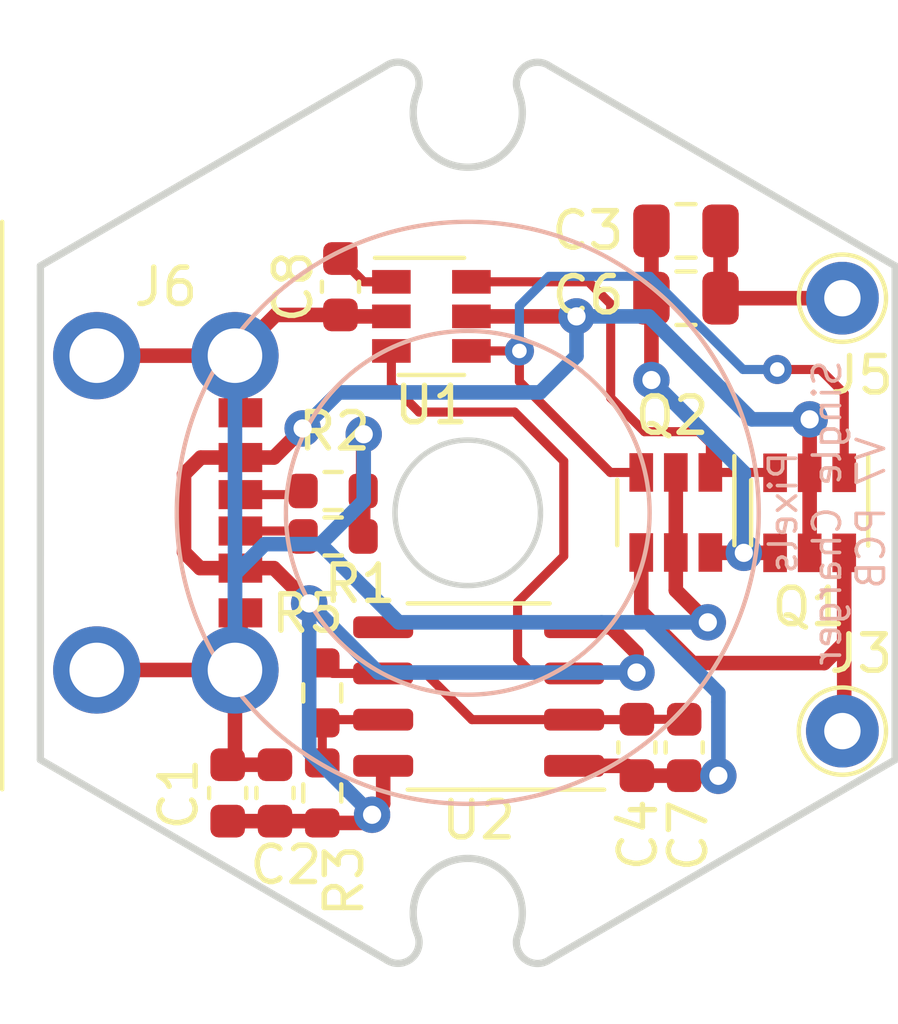
<source format=kicad_pcb>
(kicad_pcb (version 20171130) (host pcbnew "(5.1.10)-1")

  (general
    (thickness 1.6)
    (drawings 19)
    (tracks 153)
    (zones 0)
    (modules 18)
    (nets 14)
  )

  (page A4)
  (layers
    (0 F.Cu signal)
    (31 B.Cu signal)
    (32 B.Adhes user hide)
    (33 F.Adhes user hide)
    (34 B.Paste user hide)
    (35 F.Paste user hide)
    (36 B.SilkS user)
    (37 F.SilkS user hide)
    (38 B.Mask user hide)
    (39 F.Mask user hide)
    (40 Dwgs.User user hide)
    (41 Cmts.User user hide)
    (42 Eco1.User user hide)
    (43 Eco2.User user hide)
    (44 Edge.Cuts user)
    (45 Margin user)
    (46 B.CrtYd user hide)
    (47 F.CrtYd user hide)
    (48 B.Fab user hide)
    (49 F.Fab user hide)
  )

  (setup
    (last_trace_width 0.25)
    (trace_clearance 0.2)
    (zone_clearance 0.508)
    (zone_45_only no)
    (trace_min 0.2)
    (via_size 0.8)
    (via_drill 0.4)
    (via_min_size 0.4)
    (via_min_drill 0.3)
    (uvia_size 0.3)
    (uvia_drill 0.1)
    (uvias_allowed no)
    (uvia_min_size 0.2)
    (uvia_min_drill 0.1)
    (edge_width 0.05)
    (segment_width 0.2)
    (pcb_text_width 0.3)
    (pcb_text_size 1.5 1.5)
    (mod_edge_width 0.12)
    (mod_text_size 1 1)
    (mod_text_width 0.15)
    (pad_size 1.524 1.524)
    (pad_drill 0.762)
    (pad_to_mask_clearance 0)
    (aux_axis_origin 0 0)
    (visible_elements 7FFFFFFF)
    (pcbplotparams
      (layerselection 0x010fc_ffffffff)
      (usegerberextensions false)
      (usegerberattributes true)
      (usegerberadvancedattributes true)
      (creategerberjobfile true)
      (excludeedgelayer true)
      (linewidth 0.100000)
      (plotframeref false)
      (viasonmask false)
      (mode 1)
      (useauxorigin false)
      (hpglpennumber 1)
      (hpglpenspeed 20)
      (hpglpendiameter 15.000000)
      (psnegative false)
      (psa4output false)
      (plotreference true)
      (plotvalue true)
      (plotinvisibletext false)
      (padsonsilk false)
      (subtractmaskfromsilk false)
      (outputformat 1)
      (mirror false)
      (drillshape 0)
      (scaleselection 1)
      (outputdirectory "Gerber"))
  )

  (net 0 "")
  (net 1 GND)
  (net 2 VBUS)
  (net 3 "Net-(C3-Pad1)")
  (net 4 "Net-(C4-Pad1)")
  (net 5 "Net-(J6-PadA5)")
  (net 6 "Net-(J6-PadB5)")
  (net 7 "Net-(R3-Pad1)")
  (net 8 "Net-(C3-Pad2)")
  (net 9 "Net-(C8-Pad1)")
  (net 10 "Net-(J3-Pad1)")
  (net 11 "Net-(Q1-Pad3)")
  (net 12 "Net-(Q1-Pad1)")
  (net 13 "Net-(U1-Pad3)")

  (net_class Default "This is the default net class."
    (clearance 0.2)
    (trace_width 0.25)
    (via_dia 0.8)
    (via_drill 0.4)
    (uvia_dia 0.3)
    (uvia_drill 0.1)
    (add_net "Net-(C4-Pad1)")
    (add_net "Net-(C8-Pad1)")
    (add_net "Net-(J6-PadA5)")
    (add_net "Net-(J6-PadB5)")
    (add_net "Net-(Q1-Pad1)")
    (add_net "Net-(Q1-Pad3)")
    (add_net "Net-(R3-Pad1)")
    (add_net "Net-(U1-Pad3)")
  )

  (net_class Power ""
    (clearance 0.2)
    (trace_width 0.4)
    (via_dia 1)
    (via_drill 0.5)
    (uvia_dia 0.3)
    (uvia_drill 0.1)
    (add_net GND)
    (add_net "Net-(C3-Pad1)")
    (add_net "Net-(C3-Pad2)")
    (add_net "Net-(J3-Pad1)")
    (add_net VBUS)
  )

  (module Pixels-dice:SOP-8_3.9x4.9mm_P1.27mm (layer F.Cu) (tedit 61AF8385) (tstamp 616A758C)
    (at 145.3 76.05 180)
    (descr "SOP, 8 Pin (http://www.macronix.com/Lists/Datasheet/Attachments/7534/MX25R3235F,%20Wide%20Range,%2032Mb,%20v1.6.pdf#page=79), generated with kicad-footprint-generator ipc_gullwing_generator.py")
    (tags "SOP SO")
    (path /60AD080A)
    (attr smd)
    (fp_text reference U2 (at 0 -3.4) (layer F.SilkS)
      (effects (font (size 1 1) (thickness 0.15)))
    )
    (fp_text value NE551D (at 0 3.4) (layer F.Fab)
      (effects (font (size 1 1) (thickness 0.15)))
    )
    (fp_line (start 3.7 -2.7) (end -3.7 -2.7) (layer F.CrtYd) (width 0.05))
    (fp_line (start 3.7 2.7) (end 3.7 -2.7) (layer F.CrtYd) (width 0.05))
    (fp_line (start -3.7 2.7) (end 3.7 2.7) (layer F.CrtYd) (width 0.05))
    (fp_line (start -3.7 -2.7) (end -3.7 2.7) (layer F.CrtYd) (width 0.05))
    (fp_line (start -1.95 -1.475) (end -0.975 -2.45) (layer F.Fab) (width 0.1))
    (fp_line (start -1.95 2.45) (end -1.95 -1.475) (layer F.Fab) (width 0.1))
    (fp_line (start 1.95 2.45) (end -1.95 2.45) (layer F.Fab) (width 0.1))
    (fp_line (start 1.95 -2.45) (end 1.95 2.45) (layer F.Fab) (width 0.1))
    (fp_line (start -0.975 -2.45) (end 1.95 -2.45) (layer F.Fab) (width 0.1))
    (fp_line (start 0 -2.56) (end -3.45 -2.56) (layer F.SilkS) (width 0.12))
    (fp_line (start 0 -2.56) (end 1.95 -2.56) (layer F.SilkS) (width 0.12))
    (fp_line (start 0 2.56) (end -1.95 2.56) (layer F.SilkS) (width 0.12))
    (fp_line (start 0 2.56) (end 1.95 2.56) (layer F.SilkS) (width 0.12))
    (fp_text user %R (at 0 0) (layer F.Fab)
      (effects (font (size 0.98 0.98) (thickness 0.15)))
    )
    (pad 8 smd roundrect (at 2.625 -1.905 180) (size 1.65 0.6) (layers F.Cu F.Paste F.Mask) (roundrect_rratio 0.25)
      (net 2 VBUS))
    (pad 7 smd roundrect (at 2.625 -0.635 180) (size 1.65 0.6) (layers F.Cu F.Paste F.Mask) (roundrect_rratio 0.25)
      (net 7 "Net-(R3-Pad1)"))
    (pad 6 smd roundrect (at 2.625 0.635 180) (size 1.65 0.6) (layers F.Cu F.Paste F.Mask) (roundrect_rratio 0.25)
      (net 4 "Net-(C4-Pad1)"))
    (pad 5 smd roundrect (at 2.625 1.905 180) (size 1.65 0.6) (layers F.Cu F.Paste F.Mask) (roundrect_rratio 0.25))
    (pad 4 smd roundrect (at -2.625 1.905 180) (size 1.65 0.6) (layers F.Cu F.Paste F.Mask) (roundrect_rratio 0.25)
      (net 2 VBUS))
    (pad 3 smd roundrect (at -2.625 0.635 180) (size 1.65 0.6) (layers F.Cu F.Paste F.Mask) (roundrect_rratio 0.25)
      (net 13 "Net-(U1-Pad3)"))
    (pad 2 smd roundrect (at -2.625 -0.635 180) (size 1.65 0.6) (layers F.Cu F.Paste F.Mask) (roundrect_rratio 0.25)
      (net 4 "Net-(C4-Pad1)"))
    (pad 1 smd roundrect (at -2.625 -1.905 180) (size 1.65 0.6) (layers F.Cu F.Paste F.Mask) (roundrect_rratio 0.25)
      (net 1 GND))
    (model ${KISYS3DMOD}/Package_SO.3dshapes/HSOP-8-1EP_3.9x4.9mm_P1.27mm_EP2.41x3.1mm.step
      (at (xyz 0 0 0))
      (scale (xyz 1 1 1))
      (rotate (xyz 0 0 0))
    )
  )

  (module Pixels-dice:USB-C-SMD_10P-P1.00-L6.8-W8.9 (layer F.Cu) (tedit 61ACE364) (tstamp 616A5DB8)
    (at 136.7 71)
    (path /607B35F9)
    (attr smd)
    (fp_text reference J6 (at 0 -6.21) (layer F.SilkS)
      (effects (font (size 1 1) (thickness 0.15)))
    )
    (fp_text value USB_C_Receptacle_USB2.0 (at 0.1 -7) (layer F.Fab)
      (effects (font (size 1 1) (thickness 0.15)))
    )
    (fp_line (start -4.5 -8) (end -4.5 7.6) (layer F.SilkS) (width 0.12))
    (pad B12 smd rect (at 2.05 -2.75 270) (size 0.8 1.2) (layers F.Cu F.Paste F.Mask)
      (net 1 GND))
    (pad B9 smd rect (at 2.05 -1.52 270) (size 0.8 1.2) (layers F.Cu F.Paste F.Mask)
      (net 2 VBUS))
    (pad A5 smd rect (at 2.05 -0.5 270) (size 0.8 1.2) (layers F.Cu F.Paste F.Mask)
      (net 5 "Net-(J6-PadA5)"))
    (pad B5 smd rect (at 2.05 0.5 270) (size 0.8 1.2) (layers F.Cu F.Paste F.Mask)
      (net 6 "Net-(J6-PadB5)"))
    (pad A9 smd rect (at 2.05 1.52 270) (size 0.8 1.2) (layers F.Cu F.Paste F.Mask)
      (net 2 VBUS))
    (pad A12 smd rect (at 2.05 2.75 270) (size 0.8 1.2) (layers F.Cu F.Paste F.Mask)
      (net 1 GND))
    (pad S1 thru_hole circle (at -1.9 -4.32 270) (size 2.4 2.4) (drill 1.5) (layers *.Cu *.Mask)
      (net 1 GND))
    (pad S1 thru_hole circle (at -1.9 4.32 270) (size 2.4 2.4) (drill 1.5) (layers *.Cu *.Mask)
      (net 1 GND))
    (pad S1 thru_hole circle (at 1.9 -4.32 270) (size 2.4 2.4) (drill 1.5) (layers *.Cu *.Mask)
      (net 1 GND))
    (pad S1 thru_hole circle (at 1.9 4.32 270) (size 2.4 2.4) (drill 1.5) (layers *.Cu *.Mask)
      (net 1 GND))
    (model "C:/Projects/Pixels-dice/Electrical/Footprints/Step Files/TYPE-C-31-M-17.step"
      (offset (xyz -4.7 4.5 0))
      (scale (xyz 1 1 1))
      (rotate (xyz 0 0 90))
    )
  )

  (module Capacitor_SMD:C_0805_2012Metric (layer F.Cu) (tedit 5F68FEEE) (tstamp 6185B21C)
    (at 151 65.1)
    (descr "Capacitor SMD 0805 (2012 Metric), square (rectangular) end terminal, IPC_7351 nominal, (Body size source: IPC-SM-782 page 76, https://www.pcb-3d.com/wordpress/wp-content/uploads/ipc-sm-782a_amendment_1_and_2.pdf, https://docs.google.com/spreadsheets/d/1BsfQQcO9C6DZCsRaXUlFlo91Tg2WpOkGARC1WS5S8t0/edit?usp=sharing), generated with kicad-footprint-generator")
    (tags capacitor)
    (path /61A5AD24)
    (attr smd)
    (fp_text reference C6 (at -2.69 -0.08) (layer F.SilkS)
      (effects (font (size 1 1) (thickness 0.15)))
    )
    (fp_text value "0.1uF 50V 10%" (at 0 1.68) (layer F.Fab)
      (effects (font (size 1 1) (thickness 0.15)))
    )
    (fp_line (start -1 0.625) (end -1 -0.625) (layer F.Fab) (width 0.1))
    (fp_line (start -1 -0.625) (end 1 -0.625) (layer F.Fab) (width 0.1))
    (fp_line (start 1 -0.625) (end 1 0.625) (layer F.Fab) (width 0.1))
    (fp_line (start 1 0.625) (end -1 0.625) (layer F.Fab) (width 0.1))
    (fp_line (start -0.261252 -0.735) (end 0.261252 -0.735) (layer F.SilkS) (width 0.12))
    (fp_line (start -0.261252 0.735) (end 0.261252 0.735) (layer F.SilkS) (width 0.12))
    (fp_line (start -1.7 0.98) (end -1.7 -0.98) (layer F.CrtYd) (width 0.05))
    (fp_line (start -1.7 -0.98) (end 1.7 -0.98) (layer F.CrtYd) (width 0.05))
    (fp_line (start 1.7 -0.98) (end 1.7 0.98) (layer F.CrtYd) (width 0.05))
    (fp_line (start 1.7 0.98) (end -1.7 0.98) (layer F.CrtYd) (width 0.05))
    (fp_text user %R (at 0 0) (layer F.Fab)
      (effects (font (size 0.5 0.5) (thickness 0.08)))
    )
    (pad 2 smd roundrect (at 0.95 0) (size 1 1.45) (layers F.Cu F.Paste F.Mask) (roundrect_rratio 0.25)
      (net 8 "Net-(C3-Pad2)"))
    (pad 1 smd roundrect (at -0.95 0) (size 1 1.45) (layers F.Cu F.Paste F.Mask) (roundrect_rratio 0.25)
      (net 3 "Net-(C3-Pad1)"))
    (model ${KISYS3DMOD}/Capacitor_SMD.3dshapes/C_0805_2012Metric.wrl
      (at (xyz 0 0 0))
      (scale (xyz 1 1 1))
      (rotate (xyz 0 0 0))
    )
  )

  (module Package_TO_SOT_SMD:SOT-23-6 (layer F.Cu) (tedit 5A02FF57) (tstamp 6185B1E2)
    (at 150.72 70.99 270)
    (descr "6-pin SOT-23 package")
    (tags SOT-23-6)
    (path /61869B71)
    (attr smd)
    (fp_text reference Q2 (at -2.66 0.1 180) (layer F.SilkS)
      (effects (font (size 1 1) (thickness 0.15)))
    )
    (fp_text value NCE6802 (at 0 2.9 270) (layer F.Fab)
      (effects (font (size 1 1) (thickness 0.15)))
    )
    (fp_line (start -0.9 1.61) (end 0.9 1.61) (layer F.SilkS) (width 0.12))
    (fp_line (start 0.9 -1.61) (end -1.55 -1.61) (layer F.SilkS) (width 0.12))
    (fp_line (start 1.9 -1.8) (end -1.9 -1.8) (layer F.CrtYd) (width 0.05))
    (fp_line (start 1.9 1.8) (end 1.9 -1.8) (layer F.CrtYd) (width 0.05))
    (fp_line (start -1.9 1.8) (end 1.9 1.8) (layer F.CrtYd) (width 0.05))
    (fp_line (start -1.9 -1.8) (end -1.9 1.8) (layer F.CrtYd) (width 0.05))
    (fp_line (start -0.9 -0.9) (end -0.25 -1.55) (layer F.Fab) (width 0.1))
    (fp_line (start 0.9 -1.55) (end -0.25 -1.55) (layer F.Fab) (width 0.1))
    (fp_line (start -0.9 -0.9) (end -0.9 1.55) (layer F.Fab) (width 0.1))
    (fp_line (start 0.9 1.55) (end -0.9 1.55) (layer F.Fab) (width 0.1))
    (fp_line (start 0.9 -1.55) (end 0.9 1.55) (layer F.Fab) (width 0.1))
    (fp_text user %R (at 0 0 180) (layer F.Fab)
      (effects (font (size 0.5 0.5) (thickness 0.075)))
    )
    (pad 5 smd rect (at 1.1 0 270) (size 1.06 0.65) (layers F.Cu F.Paste F.Mask)
      (net 1 GND))
    (pad 6 smd rect (at 1.1 -0.95 270) (size 1.06 0.65) (layers F.Cu F.Paste F.Mask)
      (net 3 "Net-(C3-Pad1)"))
    (pad 4 smd rect (at 1.1 0.95 270) (size 1.06 0.65) (layers F.Cu F.Paste F.Mask)
      (net 10 "Net-(J3-Pad1)"))
    (pad 3 smd rect (at -1.1 0.95 270) (size 1.06 0.65) (layers F.Cu F.Paste F.Mask)
      (net 12 "Net-(Q1-Pad1)"))
    (pad 2 smd rect (at -1.1 0 270) (size 1.06 0.65) (layers F.Cu F.Paste F.Mask)
      (net 1 GND))
    (pad 1 smd rect (at -1.1 -0.95 270) (size 1.06 0.65) (layers F.Cu F.Paste F.Mask)
      (net 11 "Net-(Q1-Pad3)"))
    (model ${KISYS3DMOD}/Package_TO_SOT_SMD.3dshapes/SOT-23-6.wrl
      (at (xyz 0 0 0))
      (scale (xyz 1 1 1))
      (rotate (xyz 0 0 0))
    )
  )

  (module Package_TO_SOT_SMD:SOT-23-6 (layer F.Cu) (tedit 5A02FF57) (tstamp 6185B1A3)
    (at 154.4 71 270)
    (descr "6-pin SOT-23 package")
    (tags SOT-23-6)
    (path /6186753F)
    (attr smd)
    (fp_text reference Q1 (at 2.59 0.02 180) (layer F.SilkS)
      (effects (font (size 1 1) (thickness 0.15)))
    )
    (fp_text value YJS2301A (at 0 2.9 270) (layer F.Fab)
      (effects (font (size 1 1) (thickness 0.15)))
    )
    (fp_line (start -0.9 1.61) (end 0.9 1.61) (layer F.SilkS) (width 0.12))
    (fp_line (start 0.9 -1.61) (end -1.55 -1.61) (layer F.SilkS) (width 0.12))
    (fp_line (start 1.9 -1.8) (end -1.9 -1.8) (layer F.CrtYd) (width 0.05))
    (fp_line (start 1.9 1.8) (end 1.9 -1.8) (layer F.CrtYd) (width 0.05))
    (fp_line (start -1.9 1.8) (end 1.9 1.8) (layer F.CrtYd) (width 0.05))
    (fp_line (start -1.9 -1.8) (end -1.9 1.8) (layer F.CrtYd) (width 0.05))
    (fp_line (start -0.9 -0.9) (end -0.25 -1.55) (layer F.Fab) (width 0.1))
    (fp_line (start 0.9 -1.55) (end -0.25 -1.55) (layer F.Fab) (width 0.1))
    (fp_line (start -0.9 -0.9) (end -0.9 1.55) (layer F.Fab) (width 0.1))
    (fp_line (start 0.9 1.55) (end -0.9 1.55) (layer F.Fab) (width 0.1))
    (fp_line (start 0.9 -1.55) (end 0.9 1.55) (layer F.Fab) (width 0.1))
    (fp_text user %R (at 0 0 180) (layer F.Fab)
      (effects (font (size 0.5 0.5) (thickness 0.075)))
    )
    (pad 5 smd rect (at 1.1 0 270) (size 1.06 0.65) (layers F.Cu F.Paste F.Mask)
      (net 2 VBUS))
    (pad 6 smd rect (at 1.1 -0.95 270) (size 1.06 0.65) (layers F.Cu F.Paste F.Mask)
      (net 10 "Net-(J3-Pad1)"))
    (pad 4 smd rect (at 1.1 0.95 270) (size 1.06 0.65) (layers F.Cu F.Paste F.Mask)
      (net 3 "Net-(C3-Pad1)"))
    (pad 3 smd rect (at -1.1 0.95 270) (size 1.06 0.65) (layers F.Cu F.Paste F.Mask)
      (net 11 "Net-(Q1-Pad3)"))
    (pad 2 smd rect (at -1.1 0 270) (size 1.06 0.65) (layers F.Cu F.Paste F.Mask)
      (net 2 VBUS))
    (pad 1 smd rect (at -1.1 -0.95 270) (size 1.06 0.65) (layers F.Cu F.Paste F.Mask)
      (net 12 "Net-(Q1-Pad1)"))
    (model ${KISYS3DMOD}/Package_TO_SOT_SMD.3dshapes/SOT-23-6.wrl
      (at (xyz 0 0 0))
      (scale (xyz 1 1 1))
      (rotate (xyz 0 0 0))
    )
  )

  (module Capacitor_SMD:C_0805_2012Metric (layer F.Cu) (tedit 5F68FEEE) (tstamp 6185B16E)
    (at 151 63.25)
    (descr "Capacitor SMD 0805 (2012 Metric), square (rectangular) end terminal, IPC_7351 nominal, (Body size source: IPC-SM-782 page 76, https://www.pcb-3d.com/wordpress/wp-content/uploads/ipc-sm-782a_amendment_1_and_2.pdf, https://docs.google.com/spreadsheets/d/1BsfQQcO9C6DZCsRaXUlFlo91Tg2WpOkGARC1WS5S8t0/edit?usp=sharing), generated with kicad-footprint-generator")
    (tags capacitor)
    (path /607B9B06)
    (attr smd)
    (fp_text reference C3 (at -2.7 -0.01) (layer F.SilkS)
      (effects (font (size 1 1) (thickness 0.15)))
    )
    (fp_text value "0.22uF 50V 10%" (at 0 1.68) (layer F.Fab)
      (effects (font (size 1 1) (thickness 0.15)))
    )
    (fp_line (start 1.7 0.98) (end -1.7 0.98) (layer F.CrtYd) (width 0.05))
    (fp_line (start 1.7 -0.98) (end 1.7 0.98) (layer F.CrtYd) (width 0.05))
    (fp_line (start -1.7 -0.98) (end 1.7 -0.98) (layer F.CrtYd) (width 0.05))
    (fp_line (start -1.7 0.98) (end -1.7 -0.98) (layer F.CrtYd) (width 0.05))
    (fp_line (start -0.261252 0.735) (end 0.261252 0.735) (layer F.SilkS) (width 0.12))
    (fp_line (start -0.261252 -0.735) (end 0.261252 -0.735) (layer F.SilkS) (width 0.12))
    (fp_line (start 1 0.625) (end -1 0.625) (layer F.Fab) (width 0.1))
    (fp_line (start 1 -0.625) (end 1 0.625) (layer F.Fab) (width 0.1))
    (fp_line (start -1 -0.625) (end 1 -0.625) (layer F.Fab) (width 0.1))
    (fp_line (start -1 0.625) (end -1 -0.625) (layer F.Fab) (width 0.1))
    (fp_text user %R (at 0 0) (layer F.Fab)
      (effects (font (size 0.5 0.5) (thickness 0.08)))
    )
    (pad 2 smd roundrect (at 0.95 0) (size 1 1.45) (layers F.Cu F.Paste F.Mask) (roundrect_rratio 0.25)
      (net 8 "Net-(C3-Pad2)"))
    (pad 1 smd roundrect (at -0.95 0) (size 1 1.45) (layers F.Cu F.Paste F.Mask) (roundrect_rratio 0.25)
      (net 3 "Net-(C3-Pad1)"))
    (model ${KISYS3DMOD}/Capacitor_SMD.3dshapes/C_0805_2012Metric.wrl
      (at (xyz 0 0 0))
      (scale (xyz 1 1 1))
      (rotate (xyz 0 0 0))
    )
  )

  (module Capacitor_SMD:C_0603_1608Metric (layer F.Cu) (tedit 5F68FEEE) (tstamp 6179C0AB)
    (at 150.95 77.45 270)
    (descr "Capacitor SMD 0603 (1608 Metric), square (rectangular) end terminal, IPC_7351 nominal, (Body size source: IPC-SM-782 page 76, https://www.pcb-3d.com/wordpress/wp-content/uploads/ipc-sm-782a_amendment_1_and_2.pdf), generated with kicad-footprint-generator")
    (tags capacitor)
    (path /61804C6B)
    (attr smd)
    (fp_text reference C7 (at 2.42 -0.11 90) (layer F.SilkS)
      (effects (font (size 1 1) (thickness 0.15)))
    )
    (fp_text value "33pF 50V 10%" (at 0 1.43 90) (layer F.Fab)
      (effects (font (size 1 1) (thickness 0.15)))
    )
    (fp_line (start 1.48 0.73) (end -1.48 0.73) (layer F.CrtYd) (width 0.05))
    (fp_line (start 1.48 -0.73) (end 1.48 0.73) (layer F.CrtYd) (width 0.05))
    (fp_line (start -1.48 -0.73) (end 1.48 -0.73) (layer F.CrtYd) (width 0.05))
    (fp_line (start -1.48 0.73) (end -1.48 -0.73) (layer F.CrtYd) (width 0.05))
    (fp_line (start -0.14058 0.51) (end 0.14058 0.51) (layer F.SilkS) (width 0.12))
    (fp_line (start -0.14058 -0.51) (end 0.14058 -0.51) (layer F.SilkS) (width 0.12))
    (fp_line (start 0.8 0.4) (end -0.8 0.4) (layer F.Fab) (width 0.1))
    (fp_line (start 0.8 -0.4) (end 0.8 0.4) (layer F.Fab) (width 0.1))
    (fp_line (start -0.8 -0.4) (end 0.8 -0.4) (layer F.Fab) (width 0.1))
    (fp_line (start -0.8 0.4) (end -0.8 -0.4) (layer F.Fab) (width 0.1))
    (fp_text user %R (at 0 0 90) (layer F.Fab)
      (effects (font (size 0.4 0.4) (thickness 0.06)))
    )
    (pad 2 smd roundrect (at 0.775 0 270) (size 0.9 0.95) (layers F.Cu F.Paste F.Mask) (roundrect_rratio 0.25)
      (net 1 GND))
    (pad 1 smd roundrect (at -0.775 0 270) (size 0.9 0.95) (layers F.Cu F.Paste F.Mask) (roundrect_rratio 0.25)
      (net 4 "Net-(C4-Pad1)"))
    (model ${KISYS3DMOD}/Capacitor_SMD.3dshapes/C_0603_1608Metric.wrl
      (at (xyz 0 0 0))
      (scale (xyz 1 1 1))
      (rotate (xyz 0 0 0))
    )
  )

  (module Pixels-dice:SOT-26 (layer F.Cu) (tedit 616B9834) (tstamp 616A791D)
    (at 144 65.6 180)
    (descr "6-pin SOT-23 package")
    (tags SOT-23-6)
    (path /616C6B31)
    (attr smd)
    (fp_text reference U1 (at 0 -2.44 180) (layer F.SilkS)
      (effects (font (size 1 1) (thickness 0.15)))
    )
    (fp_text value AP1511B (at 0 -2.9 180) (layer F.Fab)
      (effects (font (size 1 1) (thickness 0.15)))
    )
    (fp_line (start 0.9 -1.61) (end -0.9 -1.61) (layer F.SilkS) (width 0.12))
    (fp_line (start -0.9 1.61) (end 1.55 1.61) (layer F.SilkS) (width 0.12))
    (fp_line (start -1.9 1.8) (end 1.9 1.8) (layer F.CrtYd) (width 0.05))
    (fp_line (start -1.9 -1.8) (end -1.9 1.8) (layer F.CrtYd) (width 0.05))
    (fp_line (start 1.9 -1.8) (end -1.9 -1.8) (layer F.CrtYd) (width 0.05))
    (fp_line (start 1.9 1.8) (end 1.9 -1.8) (layer F.CrtYd) (width 0.05))
    (fp_line (start 0.9 0.9) (end 0.25 1.55) (layer F.Fab) (width 0.1))
    (fp_line (start -0.9 1.55) (end 0.25 1.55) (layer F.Fab) (width 0.1))
    (fp_line (start 0.9 0.9) (end 0.9 -1.55) (layer F.Fab) (width 0.1))
    (fp_line (start -0.9 -1.55) (end 0.9 -1.55) (layer F.Fab) (width 0.1))
    (fp_line (start -0.9 1.55) (end -0.9 -1.55) (layer F.Fab) (width 0.1))
    (fp_text user %R (at 0 0 270) (layer F.Fab)
      (effects (font (size 0.5 0.5) (thickness 0.075)))
    )
    (pad 5 smd rect (at -1.1 0) (size 1.06 0.65) (layers F.Cu F.Paste F.Mask)
      (net 2 VBUS))
    (pad 6 smd rect (at -1.1 0.95) (size 1.06 0.65) (layers F.Cu F.Paste F.Mask)
      (net 11 "Net-(Q1-Pad3)"))
    (pad 4 smd rect (at -1.1 -0.95) (size 1.06 0.65) (layers F.Cu F.Paste F.Mask)
      (net 12 "Net-(Q1-Pad1)"))
    (pad 3 smd rect (at 1.1 -0.95) (size 1.06 0.65) (layers F.Cu F.Paste F.Mask)
      (net 13 "Net-(U1-Pad3)"))
    (pad 2 smd rect (at 1.1 0) (size 1.06 0.65) (layers F.Cu F.Paste F.Mask)
      (net 1 GND))
    (pad 1 smd rect (at 1.1 0.95) (size 1.06 0.65) (layers F.Cu F.Paste F.Mask)
      (net 9 "Net-(C8-Pad1)"))
    (model ${KISYS3DMOD}/Package_TO_SOT_SMD.3dshapes/SOT-23-6.wrl
      (at (xyz 0 0 0))
      (scale (xyz 1 1 1))
      (rotate (xyz 0 0 0))
    )
  )

  (module Capacitor_SMD:C_0603_1608Metric (layer F.Cu) (tedit 5F68FEEE) (tstamp 616BFF12)
    (at 141.5 64.785 270)
    (descr "Capacitor SMD 0603 (1608 Metric), square (rectangular) end terminal, IPC_7351 nominal, (Body size source: IPC-SM-782 page 76, https://www.pcb-3d.com/wordpress/wp-content/uploads/ipc-sm-782a_amendment_1_and_2.pdf), generated with kicad-footprint-generator")
    (tags capacitor)
    (path /616F5905)
    (attr smd)
    (fp_text reference C8 (at 0 1.3 90) (layer F.SilkS)
      (effects (font (size 1 1) (thickness 0.15)))
    )
    (fp_text value "2.2pF 50V 10%" (at 0 1.43 90) (layer F.Fab)
      (effects (font (size 1 1) (thickness 0.15)))
    )
    (fp_line (start -0.8 0.4) (end -0.8 -0.4) (layer F.Fab) (width 0.1))
    (fp_line (start -0.8 -0.4) (end 0.8 -0.4) (layer F.Fab) (width 0.1))
    (fp_line (start 0.8 -0.4) (end 0.8 0.4) (layer F.Fab) (width 0.1))
    (fp_line (start 0.8 0.4) (end -0.8 0.4) (layer F.Fab) (width 0.1))
    (fp_line (start -0.14058 -0.51) (end 0.14058 -0.51) (layer F.SilkS) (width 0.12))
    (fp_line (start -0.14058 0.51) (end 0.14058 0.51) (layer F.SilkS) (width 0.12))
    (fp_line (start -1.48 0.73) (end -1.48 -0.73) (layer F.CrtYd) (width 0.05))
    (fp_line (start -1.48 -0.73) (end 1.48 -0.73) (layer F.CrtYd) (width 0.05))
    (fp_line (start 1.48 -0.73) (end 1.48 0.73) (layer F.CrtYd) (width 0.05))
    (fp_line (start 1.48 0.73) (end -1.48 0.73) (layer F.CrtYd) (width 0.05))
    (fp_text user %R (at 0 0 90) (layer F.Fab)
      (effects (font (size 0.4 0.4) (thickness 0.06)))
    )
    (pad 2 smd roundrect (at 0.775 0 270) (size 0.9 0.95) (layers F.Cu F.Paste F.Mask) (roundrect_rratio 0.25)
      (net 1 GND))
    (pad 1 smd roundrect (at -0.775 0 270) (size 0.9 0.95) (layers F.Cu F.Paste F.Mask) (roundrect_rratio 0.25)
      (net 9 "Net-(C8-Pad1)"))
    (model ${KISYS3DMOD}/Capacitor_SMD.3dshapes/C_0603_1608Metric.wrl
      (at (xyz 0 0 0))
      (scale (xyz 1 1 1))
      (rotate (xyz 0 0 0))
    )
  )

  (module Capacitor_SMD:C_0603_1608Metric (layer F.Cu) (tedit 5F68FEEE) (tstamp 616A762E)
    (at 149.65 77.45 270)
    (descr "Capacitor SMD 0603 (1608 Metric), square (rectangular) end terminal, IPC_7351 nominal, (Body size source: IPC-SM-782 page 76, https://www.pcb-3d.com/wordpress/wp-content/uploads/ipc-sm-782a_amendment_1_and_2.pdf), generated with kicad-footprint-generator")
    (tags capacitor)
    (path /60AF0ABE)
    (attr smd)
    (fp_text reference C4 (at 2.4 -0.03 90) (layer F.SilkS)
      (effects (font (size 1 1) (thickness 0.15)))
    )
    (fp_text value "10pF 50V 10%" (at 0 1.43 90) (layer F.Fab)
      (effects (font (size 1 1) (thickness 0.15)))
    )
    (fp_line (start -0.8 0.4) (end -0.8 -0.4) (layer F.Fab) (width 0.1))
    (fp_line (start -0.8 -0.4) (end 0.8 -0.4) (layer F.Fab) (width 0.1))
    (fp_line (start 0.8 -0.4) (end 0.8 0.4) (layer F.Fab) (width 0.1))
    (fp_line (start 0.8 0.4) (end -0.8 0.4) (layer F.Fab) (width 0.1))
    (fp_line (start -0.14058 -0.51) (end 0.14058 -0.51) (layer F.SilkS) (width 0.12))
    (fp_line (start -0.14058 0.51) (end 0.14058 0.51) (layer F.SilkS) (width 0.12))
    (fp_line (start -1.48 0.73) (end -1.48 -0.73) (layer F.CrtYd) (width 0.05))
    (fp_line (start -1.48 -0.73) (end 1.48 -0.73) (layer F.CrtYd) (width 0.05))
    (fp_line (start 1.48 -0.73) (end 1.48 0.73) (layer F.CrtYd) (width 0.05))
    (fp_line (start 1.48 0.73) (end -1.48 0.73) (layer F.CrtYd) (width 0.05))
    (fp_text user %R (at 0 0 90) (layer F.Fab)
      (effects (font (size 0.4 0.4) (thickness 0.06)))
    )
    (pad 2 smd roundrect (at 0.775 0 270) (size 0.9 0.95) (layers F.Cu F.Paste F.Mask) (roundrect_rratio 0.25)
      (net 1 GND))
    (pad 1 smd roundrect (at -0.775 0 270) (size 0.9 0.95) (layers F.Cu F.Paste F.Mask) (roundrect_rratio 0.25)
      (net 4 "Net-(C4-Pad1)"))
    (model ${KISYS3DMOD}/Capacitor_SMD.3dshapes/C_0603_1608Metric.wrl
      (at (xyz 0 0 0))
      (scale (xyz 1 1 1))
      (rotate (xyz 0 0 0))
    )
  )

  (module Resistor_SMD:R_0603_1608Metric (layer F.Cu) (tedit 5F68FEEE) (tstamp 616A7761)
    (at 141 75.95 270)
    (descr "Resistor SMD 0603 (1608 Metric), square (rectangular) end terminal, IPC_7351 nominal, (Body size source: IPC-SM-782 page 72, https://www.pcb-3d.com/wordpress/wp-content/uploads/ipc-sm-782a_amendment_1_and_2.pdf), generated with kicad-footprint-generator")
    (tags resistor)
    (path /60AF063A)
    (attr smd)
    (fp_text reference R5 (at -2.18 0.4) (layer F.SilkS)
      (effects (font (size 1 1) (thickness 0.15)))
    )
    (fp_text value "100k 1%" (at 0 1.43 90) (layer F.Fab)
      (effects (font (size 1 1) (thickness 0.15)))
    )
    (fp_line (start 1.48 0.73) (end -1.48 0.73) (layer F.CrtYd) (width 0.05))
    (fp_line (start 1.48 -0.73) (end 1.48 0.73) (layer F.CrtYd) (width 0.05))
    (fp_line (start -1.48 -0.73) (end 1.48 -0.73) (layer F.CrtYd) (width 0.05))
    (fp_line (start -1.48 0.73) (end -1.48 -0.73) (layer F.CrtYd) (width 0.05))
    (fp_line (start -0.237258 0.5225) (end 0.237258 0.5225) (layer F.SilkS) (width 0.12))
    (fp_line (start -0.237258 -0.5225) (end 0.237258 -0.5225) (layer F.SilkS) (width 0.12))
    (fp_line (start 0.8 0.4125) (end -0.8 0.4125) (layer F.Fab) (width 0.1))
    (fp_line (start 0.8 -0.4125) (end 0.8 0.4125) (layer F.Fab) (width 0.1))
    (fp_line (start -0.8 -0.4125) (end 0.8 -0.4125) (layer F.Fab) (width 0.1))
    (fp_line (start -0.8 0.4125) (end -0.8 -0.4125) (layer F.Fab) (width 0.1))
    (fp_text user %R (at 0 0 90) (layer F.Fab)
      (effects (font (size 0.4 0.4) (thickness 0.06)))
    )
    (pad 2 smd roundrect (at 0.825 0 270) (size 0.8 0.95) (layers F.Cu F.Paste F.Mask) (roundrect_rratio 0.25)
      (net 7 "Net-(R3-Pad1)"))
    (pad 1 smd roundrect (at -0.825 0 270) (size 0.8 0.95) (layers F.Cu F.Paste F.Mask) (roundrect_rratio 0.25)
      (net 4 "Net-(C4-Pad1)"))
    (model ${KISYS3DMOD}/Resistor_SMD.3dshapes/R_0603_1608Metric.wrl
      (at (xyz 0 0 0))
      (scale (xyz 1 1 1))
      (rotate (xyz 0 0 0))
    )
  )

  (module Resistor_SMD:R_0603_1608Metric (layer F.Cu) (tedit 5F68FEEE) (tstamp 616A7791)
    (at 141 78.7 270)
    (descr "Resistor SMD 0603 (1608 Metric), square (rectangular) end terminal, IPC_7351 nominal, (Body size source: IPC-SM-782 page 72, https://www.pcb-3d.com/wordpress/wp-content/uploads/ipc-sm-782a_amendment_1_and_2.pdf), generated with kicad-footprint-generator")
    (tags resistor)
    (path /60AEF9E1)
    (attr smd)
    (fp_text reference R3 (at 2.41 -0.6 90) (layer F.SilkS)
      (effects (font (size 1 1) (thickness 0.15)))
    )
    (fp_text value "10k 1%" (at 0 1.43 90) (layer F.Fab)
      (effects (font (size 1 1) (thickness 0.15)))
    )
    (fp_line (start 1.48 0.73) (end -1.48 0.73) (layer F.CrtYd) (width 0.05))
    (fp_line (start 1.48 -0.73) (end 1.48 0.73) (layer F.CrtYd) (width 0.05))
    (fp_line (start -1.48 -0.73) (end 1.48 -0.73) (layer F.CrtYd) (width 0.05))
    (fp_line (start -1.48 0.73) (end -1.48 -0.73) (layer F.CrtYd) (width 0.05))
    (fp_line (start -0.237258 0.5225) (end 0.237258 0.5225) (layer F.SilkS) (width 0.12))
    (fp_line (start -0.237258 -0.5225) (end 0.237258 -0.5225) (layer F.SilkS) (width 0.12))
    (fp_line (start 0.8 0.4125) (end -0.8 0.4125) (layer F.Fab) (width 0.1))
    (fp_line (start 0.8 -0.4125) (end 0.8 0.4125) (layer F.Fab) (width 0.1))
    (fp_line (start -0.8 -0.4125) (end 0.8 -0.4125) (layer F.Fab) (width 0.1))
    (fp_line (start -0.8 0.4125) (end -0.8 -0.4125) (layer F.Fab) (width 0.1))
    (fp_text user %R (at 0 0 90) (layer F.Fab)
      (effects (font (size 0.4 0.4) (thickness 0.06)))
    )
    (pad 2 smd roundrect (at 0.825 0 270) (size 0.8 0.95) (layers F.Cu F.Paste F.Mask) (roundrect_rratio 0.25)
      (net 2 VBUS))
    (pad 1 smd roundrect (at -0.825 0 270) (size 0.8 0.95) (layers F.Cu F.Paste F.Mask) (roundrect_rratio 0.25)
      (net 7 "Net-(R3-Pad1)"))
    (model ${KISYS3DMOD}/Resistor_SMD.3dshapes/R_0603_1608Metric.wrl
      (at (xyz 0 0 0))
      (scale (xyz 1 1 1))
      (rotate (xyz 0 0 0))
    )
  )

  (module Resistor_SMD:R_0603_1608Metric (layer F.Cu) (tedit 5F68FEEE) (tstamp 616A5E61)
    (at 141.3 70.4 180)
    (descr "Resistor SMD 0603 (1608 Metric), square (rectangular) end terminal, IPC_7351 nominal, (Body size source: IPC-SM-782 page 72, https://www.pcb-3d.com/wordpress/wp-content/uploads/ipc-sm-782a_amendment_1_and_2.pdf), generated with kicad-footprint-generator")
    (tags resistor)
    (path /607C452F)
    (attr smd)
    (fp_text reference R2 (at -0.035 1.64) (layer F.SilkS)
      (effects (font (size 1 1) (thickness 0.15)))
    )
    (fp_text value "5.1k 1%" (at 0 1.43) (layer F.Fab)
      (effects (font (size 1 1) (thickness 0.15)))
    )
    (fp_line (start 1.48 0.73) (end -1.48 0.73) (layer F.CrtYd) (width 0.05))
    (fp_line (start 1.48 -0.73) (end 1.48 0.73) (layer F.CrtYd) (width 0.05))
    (fp_line (start -1.48 -0.73) (end 1.48 -0.73) (layer F.CrtYd) (width 0.05))
    (fp_line (start -1.48 0.73) (end -1.48 -0.73) (layer F.CrtYd) (width 0.05))
    (fp_line (start -0.237258 0.5225) (end 0.237258 0.5225) (layer F.SilkS) (width 0.12))
    (fp_line (start -0.237258 -0.5225) (end 0.237258 -0.5225) (layer F.SilkS) (width 0.12))
    (fp_line (start 0.8 0.4125) (end -0.8 0.4125) (layer F.Fab) (width 0.1))
    (fp_line (start 0.8 -0.4125) (end 0.8 0.4125) (layer F.Fab) (width 0.1))
    (fp_line (start -0.8 -0.4125) (end 0.8 -0.4125) (layer F.Fab) (width 0.1))
    (fp_line (start -0.8 0.4125) (end -0.8 -0.4125) (layer F.Fab) (width 0.1))
    (fp_text user %R (at 0 0) (layer F.Fab)
      (effects (font (size 0.4 0.4) (thickness 0.06)))
    )
    (pad 2 smd roundrect (at 0.825 0 180) (size 0.8 0.95) (layers F.Cu F.Paste F.Mask) (roundrect_rratio 0.25)
      (net 5 "Net-(J6-PadA5)"))
    (pad 1 smd roundrect (at -0.825 0 180) (size 0.8 0.95) (layers F.Cu F.Paste F.Mask) (roundrect_rratio 0.25)
      (net 1 GND))
    (model ${KISYS3DMOD}/Resistor_SMD.3dshapes/R_0603_1608Metric.wrl
      (at (xyz 0 0 0))
      (scale (xyz 1 1 1))
      (rotate (xyz 0 0 0))
    )
  )

  (module Resistor_SMD:R_0603_1608Metric (layer F.Cu) (tedit 5F68FEEE) (tstamp 616A6FF1)
    (at 141.3 71.65 180)
    (descr "Resistor SMD 0603 (1608 Metric), square (rectangular) end terminal, IPC_7351 nominal, (Body size source: IPC-SM-782 page 72, https://www.pcb-3d.com/wordpress/wp-content/uploads/ipc-sm-782a_amendment_1_and_2.pdf), generated with kicad-footprint-generator")
    (tags resistor)
    (path /607C3927)
    (attr smd)
    (fp_text reference R1 (at -0.74 -1.3) (layer F.SilkS)
      (effects (font (size 1 1) (thickness 0.15)))
    )
    (fp_text value "5.1k 1%" (at 0 1.43) (layer F.Fab)
      (effects (font (size 1 1) (thickness 0.15)))
    )
    (fp_line (start 1.48 0.73) (end -1.48 0.73) (layer F.CrtYd) (width 0.05))
    (fp_line (start 1.48 -0.73) (end 1.48 0.73) (layer F.CrtYd) (width 0.05))
    (fp_line (start -1.48 -0.73) (end 1.48 -0.73) (layer F.CrtYd) (width 0.05))
    (fp_line (start -1.48 0.73) (end -1.48 -0.73) (layer F.CrtYd) (width 0.05))
    (fp_line (start -0.237258 0.5225) (end 0.237258 0.5225) (layer F.SilkS) (width 0.12))
    (fp_line (start -0.237258 -0.5225) (end 0.237258 -0.5225) (layer F.SilkS) (width 0.12))
    (fp_line (start 0.8 0.4125) (end -0.8 0.4125) (layer F.Fab) (width 0.1))
    (fp_line (start 0.8 -0.4125) (end 0.8 0.4125) (layer F.Fab) (width 0.1))
    (fp_line (start -0.8 -0.4125) (end 0.8 -0.4125) (layer F.Fab) (width 0.1))
    (fp_line (start -0.8 0.4125) (end -0.8 -0.4125) (layer F.Fab) (width 0.1))
    (fp_text user %R (at 0 0) (layer F.Fab)
      (effects (font (size 0.4 0.4) (thickness 0.06)))
    )
    (pad 2 smd roundrect (at 0.825 0 180) (size 0.8 0.95) (layers F.Cu F.Paste F.Mask) (roundrect_rratio 0.25)
      (net 6 "Net-(J6-PadB5)"))
    (pad 1 smd roundrect (at -0.825 0 180) (size 0.8 0.95) (layers F.Cu F.Paste F.Mask) (roundrect_rratio 0.25)
      (net 1 GND))
    (model ${KISYS3DMOD}/Resistor_SMD.3dshapes/R_0603_1608Metric.wrl
      (at (xyz 0 0 0))
      (scale (xyz 1 1 1))
      (rotate (xyz 0 0 0))
    )
  )

  (module TestPoint:TestPoint_THTPad_D2.0mm_Drill1.0mm (layer F.Cu) (tedit 5A0F774F) (tstamp 616A79BD)
    (at 155.3 65.1)
    (descr "THT pad as test Point, diameter 2.0mm, hole diameter 1.0mm")
    (tags "test point THT pad")
    (path /60827952)
    (attr virtual)
    (fp_text reference J5 (at 0.53 2.12) (layer F.SilkS)
      (effects (font (size 1 1) (thickness 0.15)))
    )
    (fp_text value "Coil B" (at 0 2.05) (layer F.Fab)
      (effects (font (size 1 1) (thickness 0.15)))
    )
    (fp_circle (center 0 0) (end 0 1.2) (layer F.SilkS) (width 0.12))
    (fp_circle (center 0 0) (end 1.5 0) (layer F.CrtYd) (width 0.05))
    (fp_text user %R (at 0 -2) (layer F.Fab)
      (effects (font (size 1 1) (thickness 0.15)))
    )
    (pad 1 thru_hole circle (at 0 0) (size 2 2) (drill 1) (layers *.Cu *.Mask)
      (net 8 "Net-(C3-Pad2)"))
  )

  (module TestPoint:TestPoint_THTPad_D2.0mm_Drill1.0mm (layer F.Cu) (tedit 5A0F774F) (tstamp 616C087E)
    (at 155.3 77)
    (descr "THT pad as test Point, diameter 2.0mm, hole diameter 1.0mm")
    (tags "test point THT pad")
    (path /60827086)
    (attr virtual)
    (fp_text reference J3 (at 0.51 -2.13) (layer F.SilkS)
      (effects (font (size 1 1) (thickness 0.15)))
    )
    (fp_text value "Coil A" (at 0 2.05) (layer F.Fab)
      (effects (font (size 1 1) (thickness 0.15)))
    )
    (fp_circle (center 0 0) (end 0 1.2) (layer F.SilkS) (width 0.12))
    (fp_circle (center 0 0) (end 1.5 0) (layer F.CrtYd) (width 0.05))
    (fp_text user %R (at 0 -2) (layer F.Fab)
      (effects (font (size 1 1) (thickness 0.15)))
    )
    (pad 1 thru_hole circle (at 0 0) (size 2 2) (drill 1) (layers *.Cu *.Mask)
      (net 10 "Net-(J3-Pad1)"))
  )

  (module Capacitor_SMD:C_0603_1608Metric (layer F.Cu) (tedit 5F68FEEE) (tstamp 61AD2225)
    (at 139.7 78.7 90)
    (descr "Capacitor SMD 0603 (1608 Metric), square (rectangular) end terminal, IPC_7351 nominal, (Body size source: IPC-SM-782 page 76, https://www.pcb-3d.com/wordpress/wp-content/uploads/ipc-sm-782a_amendment_1_and_2.pdf), generated with kicad-footprint-generator")
    (tags capacitor)
    (path /607BDB0D)
    (attr smd)
    (fp_text reference C2 (at -1.98 0.3 180) (layer F.SilkS)
      (effects (font (size 1 1) (thickness 0.15)))
    )
    (fp_text value "10uF 6.3V" (at 0 1.43 270) (layer F.Fab)
      (effects (font (size 1 1) (thickness 0.15)))
    )
    (fp_line (start 1.48 0.73) (end -1.48 0.73) (layer F.CrtYd) (width 0.05))
    (fp_line (start 1.48 -0.73) (end 1.48 0.73) (layer F.CrtYd) (width 0.05))
    (fp_line (start -1.48 -0.73) (end 1.48 -0.73) (layer F.CrtYd) (width 0.05))
    (fp_line (start -1.48 0.73) (end -1.48 -0.73) (layer F.CrtYd) (width 0.05))
    (fp_line (start -0.14058 0.51) (end 0.14058 0.51) (layer F.SilkS) (width 0.12))
    (fp_line (start -0.14058 -0.51) (end 0.14058 -0.51) (layer F.SilkS) (width 0.12))
    (fp_line (start 0.8 0.4) (end -0.8 0.4) (layer F.Fab) (width 0.1))
    (fp_line (start 0.8 -0.4) (end 0.8 0.4) (layer F.Fab) (width 0.1))
    (fp_line (start -0.8 -0.4) (end 0.8 -0.4) (layer F.Fab) (width 0.1))
    (fp_line (start -0.8 0.4) (end -0.8 -0.4) (layer F.Fab) (width 0.1))
    (fp_text user %R (at 0 0 270) (layer F.Fab)
      (effects (font (size 0.4 0.4) (thickness 0.06)))
    )
    (pad 2 smd roundrect (at 0.775 0 90) (size 0.9 0.95) (layers F.Cu F.Paste F.Mask) (roundrect_rratio 0.25)
      (net 1 GND))
    (pad 1 smd roundrect (at -0.775 0 90) (size 0.9 0.95) (layers F.Cu F.Paste F.Mask) (roundrect_rratio 0.25)
      (net 2 VBUS))
    (model ${KISYS3DMOD}/Capacitor_SMD.3dshapes/C_0603_1608Metric.wrl
      (at (xyz 0 0 0))
      (scale (xyz 1 1 1))
      (rotate (xyz 0 0 0))
    )
  )

  (module Capacitor_SMD:C_0603_1608Metric (layer F.Cu) (tedit 5F68FEEE) (tstamp 616A5CE6)
    (at 138.4 78.7 90)
    (descr "Capacitor SMD 0603 (1608 Metric), square (rectangular) end terminal, IPC_7351 nominal, (Body size source: IPC-SM-782 page 76, https://www.pcb-3d.com/wordpress/wp-content/uploads/ipc-sm-782a_amendment_1_and_2.pdf), generated with kicad-footprint-generator")
    (tags capacitor)
    (path /607BE7AF)
    (attr smd)
    (fp_text reference C1 (at -0.03 -1.35 270) (layer F.SilkS)
      (effects (font (size 1 1) (thickness 0.15)))
    )
    (fp_text value "0.1uF 6.3V" (at 0 1.43 270) (layer F.Fab)
      (effects (font (size 1 1) (thickness 0.15)))
    )
    (fp_line (start 1.48 0.73) (end -1.48 0.73) (layer F.CrtYd) (width 0.05))
    (fp_line (start 1.48 -0.73) (end 1.48 0.73) (layer F.CrtYd) (width 0.05))
    (fp_line (start -1.48 -0.73) (end 1.48 -0.73) (layer F.CrtYd) (width 0.05))
    (fp_line (start -1.48 0.73) (end -1.48 -0.73) (layer F.CrtYd) (width 0.05))
    (fp_line (start -0.14058 0.51) (end 0.14058 0.51) (layer F.SilkS) (width 0.12))
    (fp_line (start -0.14058 -0.51) (end 0.14058 -0.51) (layer F.SilkS) (width 0.12))
    (fp_line (start 0.8 0.4) (end -0.8 0.4) (layer F.Fab) (width 0.1))
    (fp_line (start 0.8 -0.4) (end 0.8 0.4) (layer F.Fab) (width 0.1))
    (fp_line (start -0.8 -0.4) (end 0.8 -0.4) (layer F.Fab) (width 0.1))
    (fp_line (start -0.8 0.4) (end -0.8 -0.4) (layer F.Fab) (width 0.1))
    (fp_text user %R (at 0 0 270) (layer F.Fab)
      (effects (font (size 0.4 0.4) (thickness 0.06)))
    )
    (pad 2 smd roundrect (at 0.775 0 90) (size 0.9 0.95) (layers F.Cu F.Paste F.Mask) (roundrect_rratio 0.25)
      (net 1 GND))
    (pad 1 smd roundrect (at -0.775 0 90) (size 0.9 0.95) (layers F.Cu F.Paste F.Mask) (roundrect_rratio 0.25)
      (net 2 VBUS))
    (model ${KISYS3DMOD}/Capacitor_SMD.3dshapes/C_0603_1608Metric.wrl
      (at (xyz 0 0 0))
      (scale (xyz 1 1 1))
      (rotate (xyz 0 0 0))
    )
  )

  (gr_line (start 156.750127 77.787897) (end 147.255502 83.281454) (layer Edge.Cuts) (width 0.2))
  (gr_arc (start 143.080545 59.193664) (end 142.744499 58.718546) (angle 148.2594298) (layer Edge.Cuts) (width 0.2))
  (gr_line (start 133.249076 77.786674) (end 133.249873 64.212103) (layer Edge.Cuts) (width 0.2))
  (gr_line (start 147.253727 58.721679) (end 156.750924 64.213326) (layer Edge.Cuts) (width 0.2))
  (gr_arc (start 143.081927 82.805084) (end 143.616279 82.579063) (angle 148.274571) (layer Edge.Cuts) (width 0.2))
  (gr_arc (start 146.919455 82.806336) (end 147.255502 83.281454) (angle 148.2594298) (layer Edge.Cuts) (width 0.2))
  (gr_arc (start 145 60.000001) (end 146.383721 59.420937) (angle 225.4169665) (layer Edge.Cuts) (width 0.2))
  (gr_line (start 142.746273 83.278321) (end 133.249076 77.786674) (layer Edge.Cuts) (width 0.2))
  (gr_line (start 156.750924 64.213326) (end 156.750127 77.787897) (layer Edge.Cuts) (width 0.2))
  (gr_line (start 133.249873 64.212103) (end 142.744499 58.718546) (layer Edge.Cuts) (width 0.2))
  (gr_arc (start 146.918073 59.194916) (end 146.383721 59.420937) (angle 148.274571) (layer Edge.Cuts) (width 0.2))
  (gr_arc (start 145 82) (end 143.616279 82.579063) (angle 225.4169665) (layer Edge.Cuts) (width 0.2))
  (gr_text "Pixels\nSingle Charger\nV7 PCB" (at 154.88 71 90) (layer B.SilkS)
    (effects (font (size 0.75 0.75) (thickness 0.1)) (justify mirror))
  )
  (gr_circle (center 145 82) (end 147.9 81.3) (layer Margin) (width 0.15))
  (gr_circle (center 145 60) (end 147.9 60.85) (layer Margin) (width 0.15))
  (gr_circle (center 145 71) (end 150 71) (layer B.SilkS) (width 0.12) (tstamp 61AD0B9B))
  (gr_circle (center 145 71) (end 147 71) (layer B.SilkS) (width 0.12))
  (gr_circle (center 145 71) (end 153 71) (layer B.SilkS) (width 0.12))
  (gr_circle (center 145 71) (end 147 71) (layer Edge.Cuts) (width 0.15))

  (segment (start 149.38 77.955) (end 149.65 78.225) (width 0.4) (layer F.Cu) (net 1))
  (segment (start 147.925 77.955) (end 149.38 77.955) (width 0.4) (layer F.Cu) (net 1))
  (segment (start 150.95 78.225) (end 149.65 78.225) (width 0.4) (layer F.Cu) (net 1))
  (via (at 151.89 78.23) (size 1) (drill 0.5) (layers F.Cu B.Cu) (net 1))
  (segment (start 151.885 78.225) (end 151.89 78.23) (width 0.4) (layer F.Cu) (net 1))
  (segment (start 150.95 78.225) (end 151.885 78.225) (width 0.4) (layer F.Cu) (net 1))
  (segment (start 142.125 71.65) (end 142.125 70.4) (width 0.4) (layer F.Cu) (net 1))
  (via (at 142.14 68.84) (size 1) (drill 0.5) (layers F.Cu B.Cu) (net 1))
  (segment (start 139.7 77.925) (end 138.4 77.925) (width 0.4) (layer F.Cu) (net 1))
  (segment (start 138.6 77.725) (end 138.4 77.925) (width 0.4) (layer F.Cu) (net 1))
  (segment (start 138.6 75.32) (end 138.6 77.725) (width 0.4) (layer F.Cu) (net 1))
  (segment (start 138.75 75.17) (end 138.6 75.32) (width 0.4) (layer F.Cu) (net 1))
  (segment (start 138.75 73.75) (end 138.75 75.17) (width 0.4) (layer F.Cu) (net 1))
  (segment (start 138.75 66.83) (end 138.6 66.68) (width 0.4) (layer F.Cu) (net 1))
  (segment (start 138.75 68.25) (end 138.75 66.83) (width 0.4) (layer F.Cu) (net 1))
  (segment (start 141.54 65.6) (end 141.5 65.56) (width 0.4) (layer F.Cu) (net 1))
  (segment (start 142.9 65.6) (end 141.54 65.6) (width 0.4) (layer F.Cu) (net 1))
  (segment (start 139.72 65.56) (end 138.6 66.68) (width 0.4) (layer F.Cu) (net 1))
  (segment (start 141.5 65.56) (end 139.72 65.56) (width 0.4) (layer F.Cu) (net 1))
  (segment (start 150.72 72.09) (end 150.72 69.89) (width 0.4) (layer F.Cu) (net 1))
  (segment (start 140.95 71.86) (end 142.8 73.71) (width 0.4) (layer B.Cu) (net 1))
  (segment (start 140.95 71.86) (end 139.42 71.86) (width 0.4) (layer B.Cu) (net 1))
  (segment (start 138.6 72.68) (end 138.6 75.32) (width 0.4) (layer B.Cu) (net 1))
  (segment (start 139.42 71.86) (end 138.6 72.68) (width 0.4) (layer B.Cu) (net 1))
  (segment (start 142.125 68.855) (end 142.14 68.84) (width 0.4) (layer F.Cu) (net 1))
  (segment (start 142.125 70.4) (end 142.125 68.855) (width 0.4) (layer F.Cu) (net 1))
  (segment (start 138.6 75.32) (end 134.8 75.32) (width 0.4) (layer F.Cu) (net 1))
  (segment (start 138.6 66.68) (end 134.8 66.68) (width 0.4) (layer F.Cu) (net 1))
  (segment (start 142.14 70.67) (end 140.95 71.86) (width 0.4) (layer B.Cu) (net 1))
  (segment (start 142.14 68.84) (end 142.14 70.67) (width 0.4) (layer B.Cu) (net 1))
  (segment (start 138.6 66.68) (end 138.6 75.32) (width 0.4) (layer B.Cu) (net 1))
  (segment (start 151.89 78.23) (end 151.89 76.2) (width 0.4) (layer B.Cu) (net 1))
  (via (at 151.6 74.01) (size 1) (drill 0.5) (layers F.Cu B.Cu) (net 1))
  (segment (start 150.72 73.13) (end 151.6 74.01) (width 0.4) (layer F.Cu) (net 1))
  (segment (start 150.72 72.09) (end 150.72 73.13) (width 0.4) (layer F.Cu) (net 1))
  (segment (start 143.1 74.01) (end 142.615 73.525) (width 0.4) (layer B.Cu) (net 1))
  (segment (start 142.615 73.525) (end 142.8 73.71) (width 0.4) (layer B.Cu) (net 1))
  (segment (start 142.14 73.05) (end 142.615 73.525) (width 0.4) (layer B.Cu) (net 1))
  (segment (start 148.68 74.01) (end 143.1 74.01) (width 0.4) (layer B.Cu) (net 1))
  (segment (start 151.89 75.95) (end 149.95 74.01) (width 0.4) (layer B.Cu) (net 1))
  (segment (start 151.89 76.2) (end 151.89 75.95) (width 0.4) (layer B.Cu) (net 1))
  (segment (start 149.95 74.01) (end 148.68 74.01) (width 0.4) (layer B.Cu) (net 1))
  (segment (start 151.6 74.01) (end 149.95 74.01) (width 0.4) (layer B.Cu) (net 1))
  (segment (start 138.4 79.475) (end 139.7 79.475) (width 0.4) (layer F.Cu) (net 2))
  (segment (start 140.95 79.475) (end 141 79.525) (width 0.4) (layer F.Cu) (net 2))
  (segment (start 139.7 79.475) (end 140.95 79.475) (width 0.4) (layer F.Cu) (net 2))
  (segment (start 142.675 78.995) (end 142.37 79.3) (width 0.4) (layer F.Cu) (net 2))
  (via (at 142.37 79.3) (size 1) (drill 0.5) (layers F.Cu B.Cu) (net 2))
  (segment (start 142.675 77.955) (end 142.675 78.995) (width 0.4) (layer F.Cu) (net 2))
  (segment (start 142.145 79.525) (end 142.37 79.3) (width 0.4) (layer F.Cu) (net 2))
  (segment (start 141 79.525) (end 142.145 79.525) (width 0.4) (layer F.Cu) (net 2))
  (segment (start 138.75 72.52) (end 137.64 72.52) (width 0.4) (layer F.Cu) (net 2))
  (segment (start 137.64 72.52) (end 137.2 72.08) (width 0.4) (layer F.Cu) (net 2))
  (segment (start 137.2 72.08) (end 137.2 69.94) (width 0.4) (layer F.Cu) (net 2))
  (segment (start 137.66 69.48) (end 138.75 69.48) (width 0.4) (layer F.Cu) (net 2))
  (segment (start 137.2 69.94) (end 137.66 69.48) (width 0.4) (layer F.Cu) (net 2))
  (segment (start 138.75 69.48) (end 139.67 69.48) (width 0.4) (layer F.Cu) (net 2))
  (via (at 140.64 73.49) (size 1) (drill 0.5) (layers F.Cu B.Cu) (net 2) (status 1000000))
  (segment (start 139.67 72.52) (end 140.64 73.49) (width 0.4) (layer F.Cu) (net 2))
  (segment (start 138.75 72.52) (end 139.67 72.52) (width 0.4) (layer F.Cu) (net 2))
  (segment (start 154.4 72.1) (end 154.4 69.9) (width 0.4) (layer F.Cu) (net 2))
  (via (at 154.4 68.43) (size 1) (drill 0.5) (layers F.Cu B.Cu) (net 2))
  (segment (start 154.4 69.9) (end 154.4 68.43) (width 0.4) (layer F.Cu) (net 2))
  (segment (start 140.64 77.57) (end 140.64 73.49) (width 0.4) (layer B.Cu) (net 2))
  (segment (start 142.37 79.3) (end 140.64 77.57) (width 0.4) (layer B.Cu) (net 2))
  (segment (start 140.46 68.69) (end 140.46 68.68) (width 0.4) (layer F.Cu) (net 2))
  (via (at 140.46 68.68) (size 1) (drill 0.5) (layers F.Cu B.Cu) (net 2))
  (segment (start 139.67 69.48) (end 140.46 68.69) (width 0.4) (layer F.Cu) (net 2))
  (segment (start 145.1 65.6) (end 147.99 65.6) (width 0.4) (layer F.Cu) (net 2))
  (via (at 147.99 65.6) (size 1) (drill 0.5) (layers F.Cu B.Cu) (net 2))
  (segment (start 146.99 67.69) (end 141.45 67.69) (width 0.4) (layer B.Cu) (net 2))
  (segment (start 147.99 66.69) (end 146.99 67.69) (width 0.4) (layer B.Cu) (net 2))
  (segment (start 141.45 67.69) (end 140.46 68.68) (width 0.4) (layer B.Cu) (net 2))
  (segment (start 147.99 65.6) (end 147.99 66.69) (width 0.4) (layer B.Cu) (net 2))
  (segment (start 140.64 73.49) (end 142.54 75.39) (width 0.4) (layer B.Cu) (net 2))
  (segment (start 152.81 68.43) (end 149.98 65.6) (width 0.4) (layer B.Cu) (net 2))
  (segment (start 154.4 68.43) (end 152.81 68.43) (width 0.4) (layer B.Cu) (net 2))
  (segment (start 149.98 65.6) (end 147.99 65.6) (width 0.4) (layer B.Cu) (net 2))
  (via (at 149.64 75.39) (size 1) (drill 0.5) (layers F.Cu B.Cu) (net 2))
  (segment (start 149.64 75.39) (end 149.64 74.85) (width 0.4) (layer F.Cu) (net 2))
  (segment (start 147.925 74.145) (end 148.935 74.145) (width 0.4) (layer F.Cu) (net 2))
  (segment (start 149.64 74.85) (end 148.935 74.145) (width 0.4) (layer F.Cu) (net 2))
  (segment (start 142.54 75.39) (end 149.64 75.39) (width 0.4) (layer B.Cu) (net 2))
  (segment (start 151.68 72.1) (end 151.67 72.09) (width 0.4) (layer F.Cu) (net 3))
  (segment (start 150.05 63.25) (end 150.05 65.1) (width 0.4) (layer F.Cu) (net 3))
  (segment (start 153.45 72.1) (end 152.59 72.1) (width 0.4) (layer F.Cu) (net 3))
  (segment (start 152.59 72.1) (end 151.68 72.1) (width 0.4) (layer F.Cu) (net 3))
  (via (at 152.59 72.1) (size 1) (drill 0.5) (layers F.Cu B.Cu) (net 3))
  (via (at 150.05 67.35) (size 1) (drill 0.5) (layers F.Cu B.Cu) (net 3))
  (segment (start 150.05 67.35) (end 150.05 65.1) (width 0.4) (layer F.Cu) (net 3))
  (segment (start 152.59 69.89) (end 150.05 67.35) (width 0.4) (layer B.Cu) (net 3))
  (segment (start 152.59 72.1) (end 152.59 69.89) (width 0.4) (layer B.Cu) (net 3))
  (segment (start 149.64 76.685) (end 149.65 76.675) (width 0.25) (layer F.Cu) (net 4))
  (segment (start 147.925 76.685) (end 149.64 76.685) (width 0.25) (layer F.Cu) (net 4))
  (segment (start 149.65 76.675) (end 150.95 76.675) (width 0.25) (layer F.Cu) (net 4))
  (segment (start 141.29 75.415) (end 141 75.125) (width 0.25) (layer F.Cu) (net 4))
  (segment (start 142.675 75.415) (end 141.29 75.415) (width 0.25) (layer F.Cu) (net 4))
  (segment (start 143.845 75.415) (end 142.675 75.415) (width 0.25) (layer F.Cu) (net 4))
  (segment (start 145.115 76.685) (end 143.845 75.415) (width 0.25) (layer F.Cu) (net 4))
  (segment (start 147.925 76.685) (end 145.115 76.685) (width 0.25) (layer F.Cu) (net 4))
  (segment (start 140.375 70.5) (end 140.475 70.4) (width 0.25) (layer F.Cu) (net 5))
  (segment (start 138.75 70.5) (end 140.375 70.5) (width 0.25) (layer F.Cu) (net 5))
  (segment (start 140.325 71.5) (end 140.475 71.65) (width 0.25) (layer F.Cu) (net 6))
  (segment (start 138.75 71.5) (end 140.325 71.5) (width 0.25) (layer F.Cu) (net 6))
  (segment (start 141.09 76.685) (end 141 76.775) (width 0.25) (layer F.Cu) (net 7))
  (segment (start 142.675 76.685) (end 141.09 76.685) (width 0.25) (layer F.Cu) (net 7))
  (segment (start 141 77.875) (end 141 76.775) (width 0.25) (layer F.Cu) (net 7))
  (segment (start 155.3 65.1) (end 151.95 65.1) (width 0.4) (layer F.Cu) (net 8))
  (segment (start 151.95 63.25) (end 151.95 65.1) (width 0.4) (layer F.Cu) (net 8))
  (segment (start 142.14 64.65) (end 141.5 64.01) (width 0.25) (layer F.Cu) (net 9))
  (segment (start 142.9 64.65) (end 142.14 64.65) (width 0.25) (layer F.Cu) (net 9))
  (segment (start 155.35 76.95) (end 155.3 77) (width 0.4) (layer F.Cu) (net 10))
  (segment (start 155.35 72.1) (end 155.35 73.08) (width 0.4) (layer F.Cu) (net 10))
  (segment (start 149.77 72.09) (end 149.77 73.72) (width 0.4) (layer F.Cu) (net 10))
  (segment (start 149.77 73.72) (end 151.18 75.13) (width 0.4) (layer F.Cu) (net 10))
  (segment (start 154.8 75.13) (end 155.35 74.58) (width 0.4) (layer F.Cu) (net 10))
  (segment (start 155.35 74.58) (end 155.35 76.95) (width 0.4) (layer F.Cu) (net 10))
  (segment (start 151.18 75.13) (end 154.8 75.13) (width 0.4) (layer F.Cu) (net 10))
  (segment (start 155.35 73.08) (end 155.35 74.58) (width 0.4) (layer F.Cu) (net 10))
  (segment (start 151.68 69.9) (end 151.67 69.89) (width 0.25) (layer F.Cu) (net 11))
  (segment (start 148.32 64.65) (end 147.02 64.65) (width 0.25) (layer F.Cu) (net 11))
  (segment (start 148.93 65.26) (end 148.32 64.65) (width 0.25) (layer F.Cu) (net 11))
  (segment (start 145.1 64.65) (end 147.02 64.65) (width 0.25) (layer F.Cu) (net 11))
  (segment (start 153.44 69.89) (end 153.45 69.9) (width 0.25) (layer F.Cu) (net 11))
  (segment (start 151.67 69.89) (end 153.44 69.89) (width 0.25) (layer F.Cu) (net 11))
  (segment (start 151.67 69.89) (end 151.67 69.09) (width 0.25) (layer F.Cu) (net 11))
  (segment (start 151.67 69.09) (end 151.35 68.77) (width 0.25) (layer F.Cu) (net 11))
  (segment (start 151.35 68.77) (end 149.86 68.77) (width 0.25) (layer F.Cu) (net 11))
  (segment (start 148.93 67.84) (end 148.93 65.26) (width 0.25) (layer F.Cu) (net 11))
  (segment (start 149.86 68.77) (end 148.93 67.84) (width 0.25) (layer F.Cu) (net 11))
  (segment (start 155.35 69.9) (end 155.35 67.72) (width 0.25) (layer F.Cu) (net 12))
  (segment (start 154.69 67.06) (end 153.51 67.06) (width 0.25) (layer F.Cu) (net 12))
  (via (at 153.51 67.06) (size 0.8) (drill 0.4) (layers F.Cu B.Cu) (net 12))
  (segment (start 155.35 67.72) (end 154.69 67.06) (width 0.25) (layer F.Cu) (net 12))
  (via (at 146.42 66.55) (size 0.8) (drill 0.4) (layers F.Cu B.Cu) (net 12))
  (segment (start 145.1 66.55) (end 146.42 66.55) (width 0.25) (layer F.Cu) (net 12))
  (segment (start 146.42 65.31) (end 146.42 66.55) (width 0.25) (layer B.Cu) (net 12))
  (segment (start 147.23 64.5) (end 146.42 65.31) (width 0.25) (layer B.Cu) (net 12))
  (segment (start 149.77 69.89) (end 148.92 69.89) (width 0.25) (layer F.Cu) (net 12))
  (segment (start 146.42 67.39) (end 146.42 66.55) (width 0.25) (layer F.Cu) (net 12))
  (segment (start 148.92 69.89) (end 146.42 67.39) (width 0.25) (layer F.Cu) (net 12))
  (segment (start 152.57 67.06) (end 150.01 64.5) (width 0.25) (layer B.Cu) (net 12))
  (segment (start 153.51 67.06) (end 152.57 67.06) (width 0.25) (layer B.Cu) (net 12))
  (segment (start 150.01 64.5) (end 147.23 64.5) (width 0.25) (layer B.Cu) (net 12))
  (segment (start 147.64 72.19) (end 147.64 69.58) (width 0.25) (layer F.Cu) (net 13))
  (segment (start 147.64 69.58) (end 146.29 68.23) (width 0.25) (layer F.Cu) (net 13))
  (segment (start 146.29 68.23) (end 143.66 68.23) (width 0.25) (layer F.Cu) (net 13))
  (segment (start 142.9 67.47) (end 142.9 66.55) (width 0.25) (layer F.Cu) (net 13))
  (segment (start 143.66 68.23) (end 142.9 67.47) (width 0.25) (layer F.Cu) (net 13))
  (segment (start 146.37 73.46) (end 147.64 72.19) (width 0.25) (layer F.Cu) (net 13))
  (segment (start 146.775 75.415) (end 146.37 75.01) (width 0.25) (layer F.Cu) (net 13))
  (segment (start 147.925 75.415) (end 146.775 75.415) (width 0.25) (layer F.Cu) (net 13))
  (segment (start 146.37 75.01) (end 146.37 73.46) (width 0.25) (layer F.Cu) (net 13))

)

</source>
